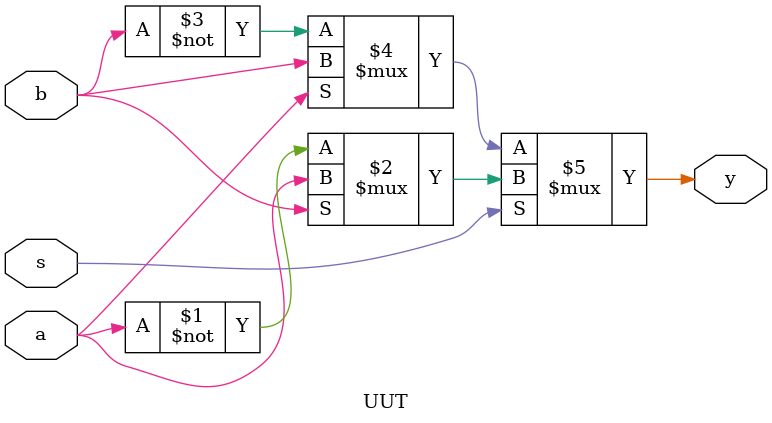
<source format=v>
/*
 *  OffCourse::Verilog
 *		- Quiz Verilog Diagram Question perplexing
 *
 *  Copyright: Sybe
 *  License: GPLv3 or later
 */

module UUT (
  input s,
  input a,
  input b,
  output y
);
  
  assign y = s ? (b ? a : ~a) : (a ? b : ~b);
endmodule
</source>
